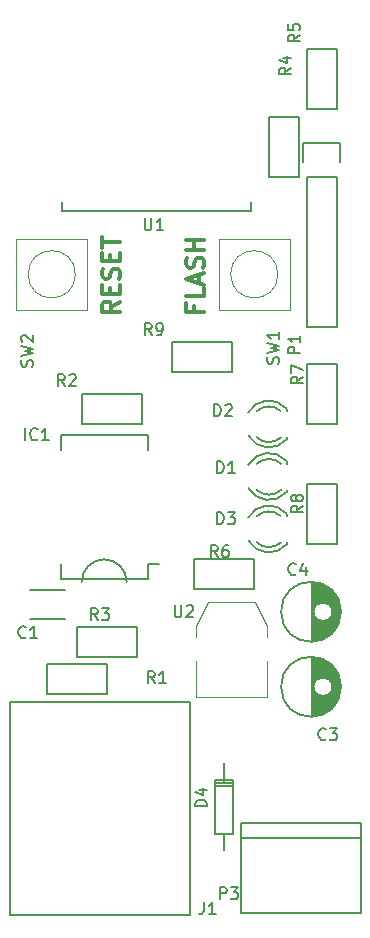
<source format=gbr>
G04 #@! TF.FileFunction,Legend,Top*
%FSLAX46Y46*%
G04 Gerber Fmt 4.6, Leading zero omitted, Abs format (unit mm)*
G04 Created by KiCad (PCBNEW 4.0.7-e2-6376~58~ubuntu16.04.1) date Sat May  5 11:14:25 2018*
%MOMM*%
%LPD*%
G01*
G04 APERTURE LIST*
%ADD10C,0.100000*%
%ADD11C,0.200000*%
%ADD12C,0.300000*%
%ADD13C,0.152400*%
%ADD14C,0.150000*%
G04 APERTURE END LIST*
D10*
D11*
X156210000Y-114300000D02*
G75*
G03X154305000Y-112395000I-1905000J0D01*
G01*
X154305000Y-112395000D02*
G75*
G03X152400000Y-114300000I0J-1905000D01*
G01*
D12*
X161944857Y-90927714D02*
X161944857Y-91427714D01*
X162730571Y-91427714D02*
X161230571Y-91427714D01*
X161230571Y-90713428D01*
X162730571Y-89427714D02*
X162730571Y-90142000D01*
X161230571Y-90142000D01*
X162302000Y-88999143D02*
X162302000Y-88284857D01*
X162730571Y-89142000D02*
X161230571Y-88642000D01*
X162730571Y-88142000D01*
X162659143Y-87713429D02*
X162730571Y-87499143D01*
X162730571Y-87142000D01*
X162659143Y-86999143D01*
X162587714Y-86927714D01*
X162444857Y-86856286D01*
X162302000Y-86856286D01*
X162159143Y-86927714D01*
X162087714Y-86999143D01*
X162016286Y-87142000D01*
X161944857Y-87427714D01*
X161873429Y-87570572D01*
X161802000Y-87642000D01*
X161659143Y-87713429D01*
X161516286Y-87713429D01*
X161373429Y-87642000D01*
X161302000Y-87570572D01*
X161230571Y-87427714D01*
X161230571Y-87070572D01*
X161302000Y-86856286D01*
X162730571Y-86213429D02*
X161230571Y-86213429D01*
X161944857Y-86213429D02*
X161944857Y-85356286D01*
X162730571Y-85356286D02*
X161230571Y-85356286D01*
X155618571Y-90570571D02*
X154904286Y-91070571D01*
X155618571Y-91427714D02*
X154118571Y-91427714D01*
X154118571Y-90856286D01*
X154190000Y-90713428D01*
X154261429Y-90642000D01*
X154404286Y-90570571D01*
X154618571Y-90570571D01*
X154761429Y-90642000D01*
X154832857Y-90713428D01*
X154904286Y-90856286D01*
X154904286Y-91427714D01*
X154832857Y-89927714D02*
X154832857Y-89427714D01*
X155618571Y-89213428D02*
X155618571Y-89927714D01*
X154118571Y-89927714D01*
X154118571Y-89213428D01*
X155547143Y-88642000D02*
X155618571Y-88427714D01*
X155618571Y-88070571D01*
X155547143Y-87927714D01*
X155475714Y-87856285D01*
X155332857Y-87784857D01*
X155190000Y-87784857D01*
X155047143Y-87856285D01*
X154975714Y-87927714D01*
X154904286Y-88070571D01*
X154832857Y-88356285D01*
X154761429Y-88499143D01*
X154690000Y-88570571D01*
X154547143Y-88642000D01*
X154404286Y-88642000D01*
X154261429Y-88570571D01*
X154190000Y-88499143D01*
X154118571Y-88356285D01*
X154118571Y-87999143D01*
X154190000Y-87784857D01*
X154832857Y-87142000D02*
X154832857Y-86642000D01*
X155618571Y-86427714D02*
X155618571Y-87142000D01*
X154118571Y-87142000D01*
X154118571Y-86427714D01*
X154118571Y-85999143D02*
X154118571Y-85142000D01*
X155618571Y-85570571D02*
X154118571Y-85570571D01*
D13*
X150749000Y-82169000D02*
X150749000Y-82931000D01*
X150749000Y-82931000D02*
X166751000Y-82931000D01*
X166751000Y-82931000D02*
X166751000Y-82169000D01*
D10*
X151860000Y-88265000D02*
G75*
G03X151860000Y-88265000I-2000000J0D01*
G01*
X146860000Y-91265000D02*
X146860000Y-85265000D01*
X146860000Y-85265000D02*
X152860000Y-85265000D01*
X152860000Y-85265000D02*
X152860000Y-91265000D01*
X146860000Y-91265000D02*
X152860000Y-91265000D01*
D14*
X146304000Y-142494000D02*
X161544000Y-142494000D01*
X161544000Y-142494000D02*
X161544000Y-124460000D01*
X161544000Y-124460000D02*
X146304000Y-124460000D01*
X146304000Y-124460000D02*
X146304000Y-142494000D01*
X173990000Y-80010000D02*
X173990000Y-92710000D01*
X173990000Y-92710000D02*
X171450000Y-92710000D01*
X171450000Y-92710000D02*
X171450000Y-80010000D01*
X174270000Y-77190000D02*
X174270000Y-78740000D01*
X173990000Y-80010000D02*
X171450000Y-80010000D01*
X171170000Y-78740000D02*
X171170000Y-77190000D01*
X171170000Y-77190000D02*
X174270000Y-77190000D01*
D10*
X162100000Y-121015000D02*
X162100000Y-124015000D01*
X162100000Y-124015000D02*
X168100000Y-124015000D01*
X168100000Y-124015000D02*
X168100000Y-121015000D01*
X162100000Y-119015000D02*
X162100000Y-118015000D01*
X162100000Y-118015000D02*
X163100000Y-116015000D01*
X163100000Y-116015000D02*
X167100000Y-116015000D01*
X167100000Y-116015000D02*
X168100000Y-118015000D01*
X168100000Y-118015000D02*
X168100000Y-119015000D01*
X169005000Y-88265000D02*
G75*
G03X169005000Y-88265000I-2000000J0D01*
G01*
X164005000Y-91265000D02*
X164005000Y-85265000D01*
X164005000Y-85265000D02*
X170005000Y-85265000D01*
X170005000Y-85265000D02*
X170005000Y-91265000D01*
X164005000Y-91265000D02*
X170005000Y-91265000D01*
D14*
X165880000Y-135975000D02*
X176040000Y-135975000D01*
X165880000Y-134705000D02*
X165880000Y-142325000D01*
X165880000Y-142325000D02*
X176040000Y-142325000D01*
X176040000Y-142325000D02*
X176040000Y-134705000D01*
X176040000Y-134705000D02*
X165880000Y-134705000D01*
X154559000Y-123825000D02*
X149479000Y-123825000D01*
X149479000Y-123825000D02*
X149479000Y-121285000D01*
X149479000Y-121285000D02*
X154559000Y-121285000D01*
X154559000Y-121285000D02*
X154559000Y-123825000D01*
X157480000Y-100965000D02*
X152400000Y-100965000D01*
X152400000Y-100965000D02*
X152400000Y-98425000D01*
X152400000Y-98425000D02*
X157480000Y-98425000D01*
X157480000Y-98425000D02*
X157480000Y-100965000D01*
X152019000Y-118110000D02*
X157099000Y-118110000D01*
X157099000Y-118110000D02*
X157099000Y-120650000D01*
X157099000Y-120650000D02*
X152019000Y-120650000D01*
X152019000Y-120650000D02*
X152019000Y-118110000D01*
X168275000Y-80010000D02*
X168275000Y-74930000D01*
X168275000Y-74930000D02*
X170815000Y-74930000D01*
X170815000Y-74930000D02*
X170815000Y-80010000D01*
X170815000Y-80010000D02*
X168275000Y-80010000D01*
X171450000Y-74295000D02*
X171450000Y-69215000D01*
X171450000Y-69215000D02*
X173990000Y-69215000D01*
X173990000Y-69215000D02*
X173990000Y-74295000D01*
X173990000Y-74295000D02*
X171450000Y-74295000D01*
X171890000Y-120691000D02*
X171890000Y-125689000D01*
X172030000Y-120699000D02*
X172030000Y-123036000D01*
X172030000Y-123344000D02*
X172030000Y-125681000D01*
X172170000Y-120715000D02*
X172170000Y-122717000D01*
X172170000Y-123663000D02*
X172170000Y-125665000D01*
X172310000Y-120739000D02*
X172310000Y-122570000D01*
X172310000Y-123810000D02*
X172310000Y-125641000D01*
X172450000Y-120772000D02*
X172450000Y-122478000D01*
X172450000Y-123902000D02*
X172450000Y-125608000D01*
X172590000Y-120813000D02*
X172590000Y-122422000D01*
X172590000Y-123958000D02*
X172590000Y-125567000D01*
X172730000Y-120863000D02*
X172730000Y-122395000D01*
X172730000Y-123985000D02*
X172730000Y-125517000D01*
X172870000Y-120924000D02*
X172870000Y-122392000D01*
X172870000Y-123988000D02*
X172870000Y-125456000D01*
X173010000Y-120994000D02*
X173010000Y-122414000D01*
X173010000Y-123966000D02*
X173010000Y-125386000D01*
X173150000Y-121076000D02*
X173150000Y-122464000D01*
X173150000Y-123916000D02*
X173150000Y-125304000D01*
X173290000Y-121171000D02*
X173290000Y-122546000D01*
X173290000Y-123834000D02*
X173290000Y-125209000D01*
X173430000Y-121282000D02*
X173430000Y-122678000D01*
X173430000Y-123702000D02*
X173430000Y-125098000D01*
X173570000Y-121410000D02*
X173570000Y-122925000D01*
X173570000Y-123455000D02*
X173570000Y-124970000D01*
X173710000Y-121559000D02*
X173710000Y-124821000D01*
X173850000Y-121738000D02*
X173850000Y-124642000D01*
X173990000Y-121957000D02*
X173990000Y-124423000D01*
X174130000Y-122246000D02*
X174130000Y-124134000D01*
X174270000Y-122718000D02*
X174270000Y-123662000D01*
X173615000Y-123190000D02*
G75*
G03X173615000Y-123190000I-800000J0D01*
G01*
X174352500Y-123190000D02*
G75*
G03X174352500Y-123190000I-2537500J0D01*
G01*
X171890000Y-114341000D02*
X171890000Y-119339000D01*
X172030000Y-114349000D02*
X172030000Y-116686000D01*
X172030000Y-116994000D02*
X172030000Y-119331000D01*
X172170000Y-114365000D02*
X172170000Y-116367000D01*
X172170000Y-117313000D02*
X172170000Y-119315000D01*
X172310000Y-114389000D02*
X172310000Y-116220000D01*
X172310000Y-117460000D02*
X172310000Y-119291000D01*
X172450000Y-114422000D02*
X172450000Y-116128000D01*
X172450000Y-117552000D02*
X172450000Y-119258000D01*
X172590000Y-114463000D02*
X172590000Y-116072000D01*
X172590000Y-117608000D02*
X172590000Y-119217000D01*
X172730000Y-114513000D02*
X172730000Y-116045000D01*
X172730000Y-117635000D02*
X172730000Y-119167000D01*
X172870000Y-114574000D02*
X172870000Y-116042000D01*
X172870000Y-117638000D02*
X172870000Y-119106000D01*
X173010000Y-114644000D02*
X173010000Y-116064000D01*
X173010000Y-117616000D02*
X173010000Y-119036000D01*
X173150000Y-114726000D02*
X173150000Y-116114000D01*
X173150000Y-117566000D02*
X173150000Y-118954000D01*
X173290000Y-114821000D02*
X173290000Y-116196000D01*
X173290000Y-117484000D02*
X173290000Y-118859000D01*
X173430000Y-114932000D02*
X173430000Y-116328000D01*
X173430000Y-117352000D02*
X173430000Y-118748000D01*
X173570000Y-115060000D02*
X173570000Y-116575000D01*
X173570000Y-117105000D02*
X173570000Y-118620000D01*
X173710000Y-115209000D02*
X173710000Y-118471000D01*
X173850000Y-115388000D02*
X173850000Y-118292000D01*
X173990000Y-115607000D02*
X173990000Y-118073000D01*
X174130000Y-115896000D02*
X174130000Y-117784000D01*
X174270000Y-116368000D02*
X174270000Y-117312000D01*
X173615000Y-116840000D02*
G75*
G03X173615000Y-116840000I-800000J0D01*
G01*
X174352500Y-116840000D02*
G75*
G03X174352500Y-116840000I-2537500J0D01*
G01*
X150999000Y-117455000D02*
X147999000Y-117455000D01*
X147999000Y-114955000D02*
X150999000Y-114955000D01*
X165100000Y-96520000D02*
X160020000Y-96520000D01*
X160020000Y-96520000D02*
X160020000Y-93980000D01*
X160020000Y-93980000D02*
X165100000Y-93980000D01*
X165100000Y-93980000D02*
X165100000Y-96520000D01*
X169744000Y-104096000D02*
X169744000Y-104296000D01*
X169744000Y-106690000D02*
X169744000Y-106510000D01*
X166516256Y-106379643D02*
G75*
G03X169744000Y-106696000I1727744J1003643D01*
G01*
X167191994Y-106509068D02*
G75*
G03X169295000Y-106510000I1052006J1133068D01*
G01*
X169731220Y-104069274D02*
G75*
G03X166494000Y-104416000I-1497220J-1306726D01*
G01*
X169257889Y-104296747D02*
G75*
G03X167210000Y-104316000I-1013889J-1079253D01*
G01*
X169744000Y-99651000D02*
X169744000Y-99851000D01*
X169744000Y-102245000D02*
X169744000Y-102065000D01*
X166516256Y-101934643D02*
G75*
G03X169744000Y-102251000I1727744J1003643D01*
G01*
X167191994Y-102064068D02*
G75*
G03X169295000Y-102065000I1052006J1133068D01*
G01*
X169731220Y-99624274D02*
G75*
G03X166494000Y-99971000I-1497220J-1306726D01*
G01*
X169257889Y-99851747D02*
G75*
G03X167210000Y-99871000I-1013889J-1079253D01*
G01*
X169744000Y-108541000D02*
X169744000Y-108741000D01*
X169744000Y-111135000D02*
X169744000Y-110955000D01*
X166516256Y-110824643D02*
G75*
G03X169744000Y-111141000I1727744J1003643D01*
G01*
X167191994Y-110954068D02*
G75*
G03X169295000Y-110955000I1052006J1133068D01*
G01*
X169731220Y-108514274D02*
G75*
G03X166494000Y-108861000I-1497220J-1306726D01*
G01*
X169257889Y-108741747D02*
G75*
G03X167210000Y-108761000I-1013889J-1079253D01*
G01*
X167005000Y-114935000D02*
X161925000Y-114935000D01*
X161925000Y-114935000D02*
X161925000Y-112395000D01*
X161925000Y-112395000D02*
X167005000Y-112395000D01*
X167005000Y-112395000D02*
X167005000Y-114935000D01*
X173990000Y-95885000D02*
X173990000Y-100965000D01*
X173990000Y-100965000D02*
X171450000Y-100965000D01*
X171450000Y-100965000D02*
X171450000Y-95885000D01*
X171450000Y-95885000D02*
X173990000Y-95885000D01*
X171450000Y-111125000D02*
X171450000Y-106045000D01*
X171450000Y-106045000D02*
X173990000Y-106045000D01*
X173990000Y-106045000D02*
X173990000Y-111125000D01*
X173990000Y-111125000D02*
X171450000Y-111125000D01*
X164467540Y-135636520D02*
X164467540Y-137033520D01*
X164467540Y-131191520D02*
X164467540Y-129667520D01*
X165229540Y-131572520D02*
X163705540Y-131572520D01*
X165229540Y-131318520D02*
X163705540Y-131318520D01*
X164467540Y-131064520D02*
X163705540Y-131064520D01*
X163705540Y-131064520D02*
X163705540Y-135636520D01*
X163705540Y-135636520D02*
X165229540Y-135636520D01*
X165229540Y-135636520D02*
X165229540Y-131064520D01*
X165229540Y-131064520D02*
X164467540Y-131064520D01*
X157980000Y-114055000D02*
X157980000Y-112785000D01*
X150630000Y-114055000D02*
X150630000Y-112785000D01*
X150630000Y-101845000D02*
X150630000Y-103115000D01*
X157980000Y-101845000D02*
X157980000Y-103115000D01*
X157980000Y-114055000D02*
X150630000Y-114055000D01*
X157980000Y-101845000D02*
X150630000Y-101845000D01*
X157980000Y-112785000D02*
X158915000Y-112785000D01*
X157734095Y-83526381D02*
X157734095Y-84335905D01*
X157781714Y-84431143D01*
X157829333Y-84478762D01*
X157924571Y-84526381D01*
X158115048Y-84526381D01*
X158210286Y-84478762D01*
X158257905Y-84431143D01*
X158305524Y-84335905D01*
X158305524Y-83526381D01*
X159305524Y-84526381D02*
X158734095Y-84526381D01*
X159019809Y-84526381D02*
X159019809Y-83526381D01*
X158924571Y-83669238D01*
X158829333Y-83764476D01*
X158734095Y-83812095D01*
X148232762Y-96075333D02*
X148280381Y-95932476D01*
X148280381Y-95694380D01*
X148232762Y-95599142D01*
X148185143Y-95551523D01*
X148089905Y-95503904D01*
X147994667Y-95503904D01*
X147899429Y-95551523D01*
X147851810Y-95599142D01*
X147804190Y-95694380D01*
X147756571Y-95884857D01*
X147708952Y-95980095D01*
X147661333Y-96027714D01*
X147566095Y-96075333D01*
X147470857Y-96075333D01*
X147375619Y-96027714D01*
X147328000Y-95980095D01*
X147280381Y-95884857D01*
X147280381Y-95646761D01*
X147328000Y-95503904D01*
X147280381Y-95170571D02*
X148280381Y-94932476D01*
X147566095Y-94741999D01*
X148280381Y-94551523D01*
X147280381Y-94313428D01*
X147375619Y-93980095D02*
X147328000Y-93932476D01*
X147280381Y-93837238D01*
X147280381Y-93599142D01*
X147328000Y-93503904D01*
X147375619Y-93456285D01*
X147470857Y-93408666D01*
X147566095Y-93408666D01*
X147708952Y-93456285D01*
X148280381Y-94027714D01*
X148280381Y-93408666D01*
X162734667Y-141438381D02*
X162734667Y-142152667D01*
X162687047Y-142295524D01*
X162591809Y-142390762D01*
X162448952Y-142438381D01*
X162353714Y-142438381D01*
X163734667Y-142438381D02*
X163163238Y-142438381D01*
X163448952Y-142438381D02*
X163448952Y-141438381D01*
X163353714Y-141581238D01*
X163258476Y-141676476D01*
X163163238Y-141724095D01*
X170886381Y-94972095D02*
X169886381Y-94972095D01*
X169886381Y-94591142D01*
X169934000Y-94495904D01*
X169981619Y-94448285D01*
X170076857Y-94400666D01*
X170219714Y-94400666D01*
X170314952Y-94448285D01*
X170362571Y-94495904D01*
X170410190Y-94591142D01*
X170410190Y-94972095D01*
X170886381Y-93448285D02*
X170886381Y-94019714D01*
X170886381Y-93734000D02*
X169886381Y-93734000D01*
X170029238Y-93829238D01*
X170124476Y-93924476D01*
X170172095Y-94019714D01*
X160274095Y-116292381D02*
X160274095Y-117101905D01*
X160321714Y-117197143D01*
X160369333Y-117244762D01*
X160464571Y-117292381D01*
X160655048Y-117292381D01*
X160750286Y-117244762D01*
X160797905Y-117197143D01*
X160845524Y-117101905D01*
X160845524Y-116292381D01*
X161274095Y-116387619D02*
X161321714Y-116340000D01*
X161416952Y-116292381D01*
X161655048Y-116292381D01*
X161750286Y-116340000D01*
X161797905Y-116387619D01*
X161845524Y-116482857D01*
X161845524Y-116578095D01*
X161797905Y-116720952D01*
X161226476Y-117292381D01*
X161845524Y-117292381D01*
X169060762Y-95821333D02*
X169108381Y-95678476D01*
X169108381Y-95440380D01*
X169060762Y-95345142D01*
X169013143Y-95297523D01*
X168917905Y-95249904D01*
X168822667Y-95249904D01*
X168727429Y-95297523D01*
X168679810Y-95345142D01*
X168632190Y-95440380D01*
X168584571Y-95630857D01*
X168536952Y-95726095D01*
X168489333Y-95773714D01*
X168394095Y-95821333D01*
X168298857Y-95821333D01*
X168203619Y-95773714D01*
X168156000Y-95726095D01*
X168108381Y-95630857D01*
X168108381Y-95392761D01*
X168156000Y-95249904D01*
X168108381Y-94916571D02*
X169108381Y-94678476D01*
X168394095Y-94487999D01*
X169108381Y-94297523D01*
X168108381Y-94059428D01*
X169108381Y-93154666D02*
X169108381Y-93726095D01*
X169108381Y-93440381D02*
X168108381Y-93440381D01*
X168251238Y-93535619D01*
X168346476Y-93630857D01*
X168394095Y-93726095D01*
X164107905Y-141168381D02*
X164107905Y-140168381D01*
X164488858Y-140168381D01*
X164584096Y-140216000D01*
X164631715Y-140263619D01*
X164679334Y-140358857D01*
X164679334Y-140501714D01*
X164631715Y-140596952D01*
X164584096Y-140644571D01*
X164488858Y-140692190D01*
X164107905Y-140692190D01*
X165012667Y-140168381D02*
X165631715Y-140168381D01*
X165298381Y-140549333D01*
X165441239Y-140549333D01*
X165536477Y-140596952D01*
X165584096Y-140644571D01*
X165631715Y-140739810D01*
X165631715Y-140977905D01*
X165584096Y-141073143D01*
X165536477Y-141120762D01*
X165441239Y-141168381D01*
X165155524Y-141168381D01*
X165060286Y-141120762D01*
X165012667Y-141073143D01*
X158583334Y-122880381D02*
X158250000Y-122404190D01*
X158011905Y-122880381D02*
X158011905Y-121880381D01*
X158392858Y-121880381D01*
X158488096Y-121928000D01*
X158535715Y-121975619D01*
X158583334Y-122070857D01*
X158583334Y-122213714D01*
X158535715Y-122308952D01*
X158488096Y-122356571D01*
X158392858Y-122404190D01*
X158011905Y-122404190D01*
X159535715Y-122880381D02*
X158964286Y-122880381D01*
X159250000Y-122880381D02*
X159250000Y-121880381D01*
X159154762Y-122023238D01*
X159059524Y-122118476D01*
X158964286Y-122166095D01*
X150963334Y-97734381D02*
X150630000Y-97258190D01*
X150391905Y-97734381D02*
X150391905Y-96734381D01*
X150772858Y-96734381D01*
X150868096Y-96782000D01*
X150915715Y-96829619D01*
X150963334Y-96924857D01*
X150963334Y-97067714D01*
X150915715Y-97162952D01*
X150868096Y-97210571D01*
X150772858Y-97258190D01*
X150391905Y-97258190D01*
X151344286Y-96829619D02*
X151391905Y-96782000D01*
X151487143Y-96734381D01*
X151725239Y-96734381D01*
X151820477Y-96782000D01*
X151868096Y-96829619D01*
X151915715Y-96924857D01*
X151915715Y-97020095D01*
X151868096Y-97162952D01*
X151296667Y-97734381D01*
X151915715Y-97734381D01*
X153757334Y-117546381D02*
X153424000Y-117070190D01*
X153185905Y-117546381D02*
X153185905Y-116546381D01*
X153566858Y-116546381D01*
X153662096Y-116594000D01*
X153709715Y-116641619D01*
X153757334Y-116736857D01*
X153757334Y-116879714D01*
X153709715Y-116974952D01*
X153662096Y-117022571D01*
X153566858Y-117070190D01*
X153185905Y-117070190D01*
X154090667Y-116546381D02*
X154709715Y-116546381D01*
X154376381Y-116927333D01*
X154519239Y-116927333D01*
X154614477Y-116974952D01*
X154662096Y-117022571D01*
X154709715Y-117117810D01*
X154709715Y-117355905D01*
X154662096Y-117451143D01*
X154614477Y-117498762D01*
X154519239Y-117546381D01*
X154233524Y-117546381D01*
X154138286Y-117498762D01*
X154090667Y-117451143D01*
X170124381Y-70778666D02*
X169648190Y-71112000D01*
X170124381Y-71350095D02*
X169124381Y-71350095D01*
X169124381Y-70969142D01*
X169172000Y-70873904D01*
X169219619Y-70826285D01*
X169314857Y-70778666D01*
X169457714Y-70778666D01*
X169552952Y-70826285D01*
X169600571Y-70873904D01*
X169648190Y-70969142D01*
X169648190Y-71350095D01*
X169457714Y-69921523D02*
X170124381Y-69921523D01*
X169076762Y-70159619D02*
X169791048Y-70397714D01*
X169791048Y-69778666D01*
X170886381Y-67984666D02*
X170410190Y-68318000D01*
X170886381Y-68556095D02*
X169886381Y-68556095D01*
X169886381Y-68175142D01*
X169934000Y-68079904D01*
X169981619Y-68032285D01*
X170076857Y-67984666D01*
X170219714Y-67984666D01*
X170314952Y-68032285D01*
X170362571Y-68079904D01*
X170410190Y-68175142D01*
X170410190Y-68556095D01*
X169886381Y-67079904D02*
X169886381Y-67556095D01*
X170362571Y-67603714D01*
X170314952Y-67556095D01*
X170267333Y-67460857D01*
X170267333Y-67222761D01*
X170314952Y-67127523D01*
X170362571Y-67079904D01*
X170457810Y-67032285D01*
X170695905Y-67032285D01*
X170791143Y-67079904D01*
X170838762Y-67127523D01*
X170886381Y-67222761D01*
X170886381Y-67460857D01*
X170838762Y-67556095D01*
X170791143Y-67603714D01*
X173061334Y-127611143D02*
X173013715Y-127658762D01*
X172870858Y-127706381D01*
X172775620Y-127706381D01*
X172632762Y-127658762D01*
X172537524Y-127563524D01*
X172489905Y-127468286D01*
X172442286Y-127277810D01*
X172442286Y-127134952D01*
X172489905Y-126944476D01*
X172537524Y-126849238D01*
X172632762Y-126754000D01*
X172775620Y-126706381D01*
X172870858Y-126706381D01*
X173013715Y-126754000D01*
X173061334Y-126801619D01*
X173394667Y-126706381D02*
X174013715Y-126706381D01*
X173680381Y-127087333D01*
X173823239Y-127087333D01*
X173918477Y-127134952D01*
X173966096Y-127182571D01*
X174013715Y-127277810D01*
X174013715Y-127515905D01*
X173966096Y-127611143D01*
X173918477Y-127658762D01*
X173823239Y-127706381D01*
X173537524Y-127706381D01*
X173442286Y-127658762D01*
X173394667Y-127611143D01*
X170521334Y-113641143D02*
X170473715Y-113688762D01*
X170330858Y-113736381D01*
X170235620Y-113736381D01*
X170092762Y-113688762D01*
X169997524Y-113593524D01*
X169949905Y-113498286D01*
X169902286Y-113307810D01*
X169902286Y-113164952D01*
X169949905Y-112974476D01*
X169997524Y-112879238D01*
X170092762Y-112784000D01*
X170235620Y-112736381D01*
X170330858Y-112736381D01*
X170473715Y-112784000D01*
X170521334Y-112831619D01*
X171378477Y-113069714D02*
X171378477Y-113736381D01*
X171140381Y-112688762D02*
X170902286Y-113403048D01*
X171521334Y-113403048D01*
X147661334Y-118975143D02*
X147613715Y-119022762D01*
X147470858Y-119070381D01*
X147375620Y-119070381D01*
X147232762Y-119022762D01*
X147137524Y-118927524D01*
X147089905Y-118832286D01*
X147042286Y-118641810D01*
X147042286Y-118498952D01*
X147089905Y-118308476D01*
X147137524Y-118213238D01*
X147232762Y-118118000D01*
X147375620Y-118070381D01*
X147470858Y-118070381D01*
X147613715Y-118118000D01*
X147661334Y-118165619D01*
X148613715Y-119070381D02*
X148042286Y-119070381D01*
X148328000Y-119070381D02*
X148328000Y-118070381D01*
X148232762Y-118213238D01*
X148137524Y-118308476D01*
X148042286Y-118356095D01*
X158329334Y-93416381D02*
X157996000Y-92940190D01*
X157757905Y-93416381D02*
X157757905Y-92416381D01*
X158138858Y-92416381D01*
X158234096Y-92464000D01*
X158281715Y-92511619D01*
X158329334Y-92606857D01*
X158329334Y-92749714D01*
X158281715Y-92844952D01*
X158234096Y-92892571D01*
X158138858Y-92940190D01*
X157757905Y-92940190D01*
X158805524Y-93416381D02*
X158996000Y-93416381D01*
X159091239Y-93368762D01*
X159138858Y-93321143D01*
X159234096Y-93178286D01*
X159281715Y-92987810D01*
X159281715Y-92606857D01*
X159234096Y-92511619D01*
X159186477Y-92464000D01*
X159091239Y-92416381D01*
X158900762Y-92416381D01*
X158805524Y-92464000D01*
X158757905Y-92511619D01*
X158710286Y-92606857D01*
X158710286Y-92844952D01*
X158757905Y-92940190D01*
X158805524Y-92987810D01*
X158900762Y-93035429D01*
X159091239Y-93035429D01*
X159186477Y-92987810D01*
X159234096Y-92940190D01*
X159281715Y-92844952D01*
X163853905Y-105100381D02*
X163853905Y-104100381D01*
X164092000Y-104100381D01*
X164234858Y-104148000D01*
X164330096Y-104243238D01*
X164377715Y-104338476D01*
X164425334Y-104528952D01*
X164425334Y-104671810D01*
X164377715Y-104862286D01*
X164330096Y-104957524D01*
X164234858Y-105052762D01*
X164092000Y-105100381D01*
X163853905Y-105100381D01*
X165377715Y-105100381D02*
X164806286Y-105100381D01*
X165092000Y-105100381D02*
X165092000Y-104100381D01*
X164996762Y-104243238D01*
X164901524Y-104338476D01*
X164806286Y-104386095D01*
X163599905Y-100274381D02*
X163599905Y-99274381D01*
X163838000Y-99274381D01*
X163980858Y-99322000D01*
X164076096Y-99417238D01*
X164123715Y-99512476D01*
X164171334Y-99702952D01*
X164171334Y-99845810D01*
X164123715Y-100036286D01*
X164076096Y-100131524D01*
X163980858Y-100226762D01*
X163838000Y-100274381D01*
X163599905Y-100274381D01*
X164552286Y-99369619D02*
X164599905Y-99322000D01*
X164695143Y-99274381D01*
X164933239Y-99274381D01*
X165028477Y-99322000D01*
X165076096Y-99369619D01*
X165123715Y-99464857D01*
X165123715Y-99560095D01*
X165076096Y-99702952D01*
X164504667Y-100274381D01*
X165123715Y-100274381D01*
X163853905Y-109418381D02*
X163853905Y-108418381D01*
X164092000Y-108418381D01*
X164234858Y-108466000D01*
X164330096Y-108561238D01*
X164377715Y-108656476D01*
X164425334Y-108846952D01*
X164425334Y-108989810D01*
X164377715Y-109180286D01*
X164330096Y-109275524D01*
X164234858Y-109370762D01*
X164092000Y-109418381D01*
X163853905Y-109418381D01*
X164758667Y-108418381D02*
X165377715Y-108418381D01*
X165044381Y-108799333D01*
X165187239Y-108799333D01*
X165282477Y-108846952D01*
X165330096Y-108894571D01*
X165377715Y-108989810D01*
X165377715Y-109227905D01*
X165330096Y-109323143D01*
X165282477Y-109370762D01*
X165187239Y-109418381D01*
X164901524Y-109418381D01*
X164806286Y-109370762D01*
X164758667Y-109323143D01*
X163917334Y-112212381D02*
X163584000Y-111736190D01*
X163345905Y-112212381D02*
X163345905Y-111212381D01*
X163726858Y-111212381D01*
X163822096Y-111260000D01*
X163869715Y-111307619D01*
X163917334Y-111402857D01*
X163917334Y-111545714D01*
X163869715Y-111640952D01*
X163822096Y-111688571D01*
X163726858Y-111736190D01*
X163345905Y-111736190D01*
X164774477Y-111212381D02*
X164584000Y-111212381D01*
X164488762Y-111260000D01*
X164441143Y-111307619D01*
X164345905Y-111450476D01*
X164298286Y-111640952D01*
X164298286Y-112021905D01*
X164345905Y-112117143D01*
X164393524Y-112164762D01*
X164488762Y-112212381D01*
X164679239Y-112212381D01*
X164774477Y-112164762D01*
X164822096Y-112117143D01*
X164869715Y-112021905D01*
X164869715Y-111783810D01*
X164822096Y-111688571D01*
X164774477Y-111640952D01*
X164679239Y-111593333D01*
X164488762Y-111593333D01*
X164393524Y-111640952D01*
X164345905Y-111688571D01*
X164298286Y-111783810D01*
X171140381Y-96940666D02*
X170664190Y-97274000D01*
X171140381Y-97512095D02*
X170140381Y-97512095D01*
X170140381Y-97131142D01*
X170188000Y-97035904D01*
X170235619Y-96988285D01*
X170330857Y-96940666D01*
X170473714Y-96940666D01*
X170568952Y-96988285D01*
X170616571Y-97035904D01*
X170664190Y-97131142D01*
X170664190Y-97512095D01*
X170140381Y-96607333D02*
X170140381Y-95940666D01*
X171140381Y-96369238D01*
X171140381Y-107862666D02*
X170664190Y-108196000D01*
X171140381Y-108434095D02*
X170140381Y-108434095D01*
X170140381Y-108053142D01*
X170188000Y-107957904D01*
X170235619Y-107910285D01*
X170330857Y-107862666D01*
X170473714Y-107862666D01*
X170568952Y-107910285D01*
X170616571Y-107957904D01*
X170664190Y-108053142D01*
X170664190Y-108434095D01*
X170568952Y-107291238D02*
X170521333Y-107386476D01*
X170473714Y-107434095D01*
X170378476Y-107481714D01*
X170330857Y-107481714D01*
X170235619Y-107434095D01*
X170188000Y-107386476D01*
X170140381Y-107291238D01*
X170140381Y-107100761D01*
X170188000Y-107005523D01*
X170235619Y-106957904D01*
X170330857Y-106910285D01*
X170378476Y-106910285D01*
X170473714Y-106957904D01*
X170521333Y-107005523D01*
X170568952Y-107100761D01*
X170568952Y-107291238D01*
X170616571Y-107386476D01*
X170664190Y-107434095D01*
X170759429Y-107481714D01*
X170949905Y-107481714D01*
X171045143Y-107434095D01*
X171092762Y-107386476D01*
X171140381Y-107291238D01*
X171140381Y-107100761D01*
X171092762Y-107005523D01*
X171045143Y-106957904D01*
X170949905Y-106910285D01*
X170759429Y-106910285D01*
X170664190Y-106957904D01*
X170616571Y-107005523D01*
X170568952Y-107100761D01*
X163012381Y-133326095D02*
X162012381Y-133326095D01*
X162012381Y-133088000D01*
X162060000Y-132945142D01*
X162155238Y-132849904D01*
X162250476Y-132802285D01*
X162440952Y-132754666D01*
X162583810Y-132754666D01*
X162774286Y-132802285D01*
X162869524Y-132849904D01*
X162964762Y-132945142D01*
X163012381Y-133088000D01*
X163012381Y-133326095D01*
X162345714Y-131897523D02*
X163012381Y-131897523D01*
X161964762Y-132135619D02*
X162679048Y-132373714D01*
X162679048Y-131754666D01*
X147613810Y-102306381D02*
X147613810Y-101306381D01*
X148661429Y-102211143D02*
X148613810Y-102258762D01*
X148470953Y-102306381D01*
X148375715Y-102306381D01*
X148232857Y-102258762D01*
X148137619Y-102163524D01*
X148090000Y-102068286D01*
X148042381Y-101877810D01*
X148042381Y-101734952D01*
X148090000Y-101544476D01*
X148137619Y-101449238D01*
X148232857Y-101354000D01*
X148375715Y-101306381D01*
X148470953Y-101306381D01*
X148613810Y-101354000D01*
X148661429Y-101401619D01*
X149613810Y-102306381D02*
X149042381Y-102306381D01*
X149328095Y-102306381D02*
X149328095Y-101306381D01*
X149232857Y-101449238D01*
X149137619Y-101544476D01*
X149042381Y-101592095D01*
M02*

</source>
